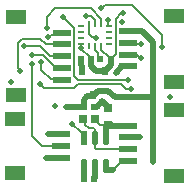
<source format=gbr>
%TF.GenerationSoftware,Altium Limited,Altium Designer,25.8.1 (18)*%
G04 Layer_Physical_Order=4*
G04 Layer_Color=16711680*
%FSLAX45Y45*%
%MOMM*%
%TF.SameCoordinates,F397BE87-363C-4AE2-8B00-A23A2701063B*%
%TF.FilePolarity,Positive*%
%TF.FileFunction,Copper,L4,Bot,Signal*%
%TF.Part,Single*%
G01*
G75*
%TA.AperFunction,SMDPad,CuDef*%
%ADD10R,0.65000X0.65000*%
G04:AMPARAMS|DCode=13|XSize=0.55mm|YSize=0.5mm|CornerRadius=0.0625mm|HoleSize=0mm|Usage=FLASHONLY|Rotation=90.000|XOffset=0mm|YOffset=0mm|HoleType=Round|Shape=RoundedRectangle|*
%AMROUNDEDRECTD13*
21,1,0.55000,0.37500,0,0,90.0*
21,1,0.42500,0.50000,0,0,90.0*
1,1,0.12500,0.18750,0.21250*
1,1,0.12500,0.18750,-0.21250*
1,1,0.12500,-0.18750,-0.21250*
1,1,0.12500,-0.18750,0.21250*
%
%ADD13ROUNDEDRECTD13*%
G04:AMPARAMS|DCode=14|XSize=0.76mm|YSize=0.6604mm|CornerRadius=0.08255mm|HoleSize=0mm|Usage=FLASHONLY|Rotation=180.000|XOffset=0mm|YOffset=0mm|HoleType=Round|Shape=RoundedRectangle|*
%AMROUNDEDRECTD14*
21,1,0.76000,0.49530,0,0,180.0*
21,1,0.59490,0.66040,0,0,180.0*
1,1,0.16510,-0.29745,0.24765*
1,1,0.16510,0.29745,0.24765*
1,1,0.16510,0.29745,-0.24765*
1,1,0.16510,-0.29745,-0.24765*
%
%ADD14ROUNDEDRECTD14*%
%ADD15R,1.55000X0.60000*%
%ADD20R,1.80000X1.20000*%
%TA.AperFunction,Conductor*%
%ADD21C,0.20000*%
%ADD22C,0.50000*%
%TA.AperFunction,ViaPad*%
%ADD23C,0.50000*%
%TA.AperFunction,SMDPad,CuDef*%
%ADD24R,0.60000X0.70000*%
%ADD25R,0.25000X0.47500*%
G04:AMPARAMS|DCode=26|XSize=1.23971mm|YSize=0.52583mm|CornerRadius=0.26292mm|HoleSize=0mm|Usage=FLASHONLY|Rotation=270.000|XOffset=0mm|YOffset=0mm|HoleType=Round|Shape=RoundedRectangle|*
%AMROUNDEDRECTD26*
21,1,1.23971,0.00000,0,0,270.0*
21,1,0.71388,0.52583,0,0,270.0*
1,1,0.52583,0.00000,-0.35694*
1,1,0.52583,0.00000,0.35694*
1,1,0.52583,0.00000,0.35694*
1,1,0.52583,0.00000,-0.35694*
%
%ADD26ROUNDEDRECTD26*%
%ADD27R,0.52583X1.23971*%
%ADD28R,0.47500X0.25000*%
D10*
X2971000Y2743200D02*
D03*
X2871000D02*
D03*
D13*
X2966000Y2844800D02*
D03*
X3015700Y3251200D02*
D03*
X2850600D02*
D03*
X2876000Y2844800D02*
D03*
X3105700Y3251200D02*
D03*
X2940600D02*
D03*
X2966000Y2235200D02*
D03*
X2876000D02*
D03*
D14*
X3086100Y2838600D02*
D03*
Y2698600D02*
D03*
D15*
X2683400Y2614600D02*
D03*
X2692400Y3476600D02*
D03*
X3251200Y2389200D02*
D03*
Y2589200D02*
D03*
Y3190100D02*
D03*
Y3490100D02*
D03*
Y3390100D02*
D03*
Y3290100D02*
D03*
X2683400Y2414600D02*
D03*
X2692400Y3176600D02*
D03*
Y3076600D02*
D03*
X2683400Y2514600D02*
D03*
X2692400Y3276600D02*
D03*
Y3376600D02*
D03*
X3251200Y2689200D02*
D03*
Y2489200D02*
D03*
D20*
X3638700Y3060100D02*
D03*
Y3620100D02*
D03*
X2304900Y3606600D02*
D03*
Y2946600D02*
D03*
X3638700Y2259200D02*
D03*
Y2819200D02*
D03*
X2295900Y2284600D02*
D03*
Y2744600D02*
D03*
D21*
X3194700Y3041000D02*
X3233293Y3002407D01*
X3276600D01*
X2586218Y3441700D02*
X2601118Y3456600D01*
X2672400D02*
X2692400Y3476600D01*
X2601118Y3456600D02*
X2672400D01*
X3331182Y3290100D02*
X3357382Y3263900D01*
X3251200Y3290100D02*
X3331182D01*
X3357382Y3263900D02*
X3365500D01*
X2856525Y3341075D02*
Y3343828D01*
X3021800Y3545650D02*
Y3595219D01*
X2934019Y3683000D02*
X3021800Y3595219D01*
Y3363150D02*
X3024300Y3360650D01*
Y3332600D02*
Y3360650D01*
Y3332600D02*
X3088200Y3268700D01*
X3090700D01*
X3104450Y3254950D01*
Y3252450D02*
Y3254950D01*
X2974300Y3333103D02*
X3000700Y3306703D01*
Y3266200D02*
Y3306703D01*
X2974300Y3333103D02*
Y3360650D01*
X3000700Y3266200D02*
X3015700Y3251200D01*
X2971000Y2743200D02*
X3015600Y2698600D01*
X3086100D01*
X2681800Y2616200D02*
X2683400Y2614600D01*
X2971800Y3363150D02*
X2974300Y3360650D01*
X3124500Y2311400D02*
X3125900D01*
X3203700Y2389200D01*
X3251200D01*
X2578100Y3441700D02*
X2586218D01*
X2876800Y2580350D02*
Y2616044D01*
X2860508Y2632335D02*
X2876800Y2616044D01*
X2781300Y2705100D02*
X2854065Y2632335D01*
X2860508D01*
X2374900Y3365500D02*
X2505497D01*
X2594397Y3276600D01*
X2439431Y3289300D02*
X2532200D01*
X2510400Y3420500D02*
X2554300Y3376600D01*
X2352118Y3420500D02*
X2510400D01*
X2554300Y3376600D02*
X2692400D01*
X2565400Y3517900D02*
Y3610800D01*
X3258080Y3383220D02*
X3365200D01*
X3251200Y3390100D02*
X3258080Y3383220D01*
X2532200Y3289300D02*
X2644900Y3176600D01*
X2692400D01*
X2504500Y3039900D02*
X2536400Y3008000D01*
X2792100D02*
X2825100Y3041000D01*
X2536400Y3008000D02*
X2792100D01*
X2825100Y3041000D02*
X3194700D01*
X2514600Y3162300D02*
X2596616Y3080284D01*
X2514600Y3162300D02*
Y3225800D01*
X2688716Y3080284D02*
X2692400Y3076600D01*
X2596616Y3080284D02*
X2688716D01*
X2970337Y3547113D02*
X2971800Y3545650D01*
X2894500Y3619500D02*
X2899284Y3614717D01*
X2938483D01*
X2970337Y3547113D02*
Y3582863D01*
X2938483Y3614717D02*
X2970337Y3582863D01*
X3146826Y3292326D02*
Y3589602D01*
X3207360Y3639160D02*
X3213100Y3644900D01*
X3146826Y3589602D02*
X3196384Y3639160D01*
X3207360D01*
X2856525Y3341075D02*
X2925600Y3272000D01*
Y3266200D02*
X2940600Y3251200D01*
X2925600Y3266200D02*
Y3272000D01*
X3123200Y3268700D02*
X3146826Y3292326D01*
X2854425Y3378275D02*
X2855550Y3379400D01*
X2853300Y3343828D02*
X2854425Y3344953D01*
Y3378275D01*
X2440664Y2601236D02*
Y3211013D01*
X2527300Y2514600D02*
X2683400D01*
X2440664Y2601236D02*
X2527300Y2514600D01*
X2594397Y3276600D02*
X2692400D01*
X3084333Y3581400D02*
X3086191Y3579541D01*
Y3531259D02*
Y3579541D01*
Y3531259D02*
X3088050Y3529400D01*
X2921800Y3462960D02*
X2947122Y3437639D01*
X2978866D02*
X2984606Y3431899D01*
X2947122Y3437639D02*
X2978866D01*
X2921800Y3462960D02*
Y3545650D01*
X2699500Y3606800D02*
X2705055D01*
X2794900Y3516955D01*
Y3110600D02*
Y3516955D01*
X2829501Y3076000D02*
X3248600D01*
X3251200Y3073400D01*
X2794900Y3110600D02*
X2829501Y3076000D01*
X2319900Y3388282D02*
X2352118Y3420500D01*
X2319900Y3180497D02*
Y3388282D01*
Y3180497D02*
X2340485Y3159912D01*
Y3153781D02*
Y3159912D01*
X3289300Y3708400D02*
X3543300Y3454400D01*
Y3352800D02*
Y3454400D01*
X3054536Y3708400D02*
X3289300D01*
X3032447Y3686311D02*
X3054536Y3708400D01*
X3024329Y3686311D02*
X3032447D01*
X2565400Y3610800D02*
X2637600Y3683000D01*
X2934019D01*
X2971800Y2501900D02*
Y2580350D01*
X2984500Y2489200D02*
X3251200D01*
X2971800Y2501900D02*
X2984500Y2489200D01*
X2959717Y2667000D02*
X2971432Y2655284D01*
Y2580717D02*
X2971800Y2580350D01*
X2891613Y2696387D02*
X2921000Y2667000D01*
X2971432Y2580717D02*
Y2655284D01*
X2921000Y2667000D02*
X2959717D01*
X2871000Y2743200D02*
X2891613Y2722587D01*
Y2696387D02*
Y2722587D01*
D22*
X2995600Y2984500D02*
X3086100D01*
X2959100Y2948000D02*
Y2953000D01*
X3041400Y2889500D02*
X3073100Y2857800D01*
X2964100Y2958000D02*
X2969100D01*
X3073100Y2846620D02*
X3081120Y2838600D01*
X3035300Y2895600D02*
X3041400Y2889500D01*
X3081120Y2838600D02*
X3086100D01*
X2966000Y2844800D02*
Y2847300D01*
X2987000D02*
X3035300Y2895600D01*
X2969100Y2958000D02*
X2995600Y2984500D01*
X3086100D02*
X3138193Y2932407D01*
X3041400Y2889500D02*
Y2889500D01*
X3073100Y2846620D02*
Y2857800D01*
X2966000Y2847300D02*
X2987000D01*
X3073100Y2685600D02*
Y2690580D01*
X2849900Y3200400D02*
Y3250500D01*
X2850250Y3250850D01*
X2859100Y3153000D02*
Y3191200D01*
X2849900Y3200400D02*
X2859100Y3191200D01*
Y3153000D02*
X2864100Y3148000D01*
X3066800Y2312593D02*
X3067993Y2311400D01*
X3066800Y2312593D02*
Y2347250D01*
X3067993Y2311400D02*
X3124500D01*
X3149600Y3136900D02*
X3150500D01*
X3203700Y3190100D02*
X3251200D01*
X3150500Y3136900D02*
X3203700Y3190100D01*
X3251200Y2589200D02*
X3252800Y2590800D01*
X3352800D01*
X2578100Y2616200D02*
X2681800D01*
X2959100Y2948000D02*
Y2953000D01*
X2964100Y2958000D01*
X2960211Y2944110D02*
Y2946889D01*
X2876000Y2908710D02*
X2905290Y2937999D01*
X2954100D02*
X2960211Y2944110D01*
X2876000Y2847300D02*
Y2908710D01*
X2905290Y2937999D02*
X2954100D01*
X3366333Y3491667D02*
X3460900Y3397100D01*
Y2940200D02*
Y3397100D01*
X3138193Y2932407D02*
X3453107D01*
X3252767Y3491667D02*
X3366333D01*
X3251200Y3490100D02*
X3252767Y3491667D01*
X3460900Y2381100D02*
Y2940200D01*
X3453107Y2932407D02*
X3460900Y2940200D01*
X2730500Y2844800D02*
X2876000D01*
X2554300Y2414600D02*
X2683400D01*
X3054100Y3148000D02*
Y3153000D01*
X3059100Y3158000D02*
X3064100D01*
X3105700Y3199600D02*
Y3251200D01*
X3064100Y3158000D02*
X3105700Y3199600D01*
X3054100Y3153000D02*
X3059100Y3158000D01*
X2940600Y3190916D02*
X2983275Y3148241D01*
X3053859D01*
X2940600Y3190916D02*
Y3251200D01*
X3053859Y3148241D02*
X3054100Y3148000D01*
X3066800Y2580350D02*
Y2679300D01*
X3073100Y2685600D01*
X3086100Y2698600D02*
X3094120Y2690580D01*
X3115141D01*
X3116521Y2689200D01*
X3251200D01*
X2966000Y2235200D02*
Y2237700D01*
X2971306Y2243006D01*
Y2346756D01*
X2971800Y2347250D01*
X2876000Y2235200D02*
Y2237700D01*
X2876800Y2238500D01*
Y2347250D01*
D23*
X3035300Y2895600D02*
D03*
X2635800Y2851700D02*
D03*
X2260600Y3054500D02*
D03*
X2849900Y3200400D02*
D03*
X3015700Y3251200D02*
D03*
X3124500Y2311400D02*
D03*
X3149600Y3136900D02*
D03*
X3604600Y2933700D02*
D03*
X3201826Y3566820D02*
D03*
X3352800Y2590800D02*
D03*
X2578100Y2616200D02*
D03*
Y3441700D02*
D03*
X2781300Y2705100D02*
D03*
X2438400Y3289300D02*
D03*
X2565400Y3517900D02*
D03*
X3365200Y3383220D02*
D03*
X3460900Y2381100D02*
D03*
X2730500Y2844800D02*
D03*
X2554300Y2414600D02*
D03*
X3365500Y3263900D02*
D03*
X2504500Y3039900D02*
D03*
X3276600Y3002407D02*
D03*
X2514600Y3225800D02*
D03*
X2894500Y3619500D02*
D03*
X3213100Y3644900D02*
D03*
X2853300Y3343828D02*
D03*
X2440664Y3211013D02*
D03*
X2374900Y3365500D02*
D03*
X3084333Y3581400D02*
D03*
X2984606Y3431899D02*
D03*
X2699500Y3606800D02*
D03*
X3251200Y3073400D02*
D03*
X2340485Y3153781D02*
D03*
X3543300Y3352800D02*
D03*
X3024329Y3686311D02*
D03*
X2971306Y2346756D02*
D03*
D24*
X2864100Y3148000D02*
D03*
X2959100Y2948000D02*
D03*
X3054100Y3148000D02*
D03*
D25*
X2971800Y3363150D02*
D03*
Y3545650D02*
D03*
X3021800Y3363150D02*
D03*
X2921800Y3545650D02*
D03*
X3021800D02*
D03*
X2921800Y3363150D02*
D03*
D26*
X3066800Y2347250D02*
D03*
Y2580350D02*
D03*
X2971800D02*
D03*
Y2347250D02*
D03*
X2876800D02*
D03*
D27*
Y2580350D02*
D03*
D28*
X2855550Y3379400D02*
D03*
X3088050Y3529400D02*
D03*
X2855550Y3429400D02*
D03*
Y3479400D02*
D03*
Y3529400D02*
D03*
X3088050Y3479400D02*
D03*
Y3429400D02*
D03*
Y3379400D02*
D03*
%TF.MD5,9a5181445ac6c45f9bc884e763498a21*%
M02*

</source>
